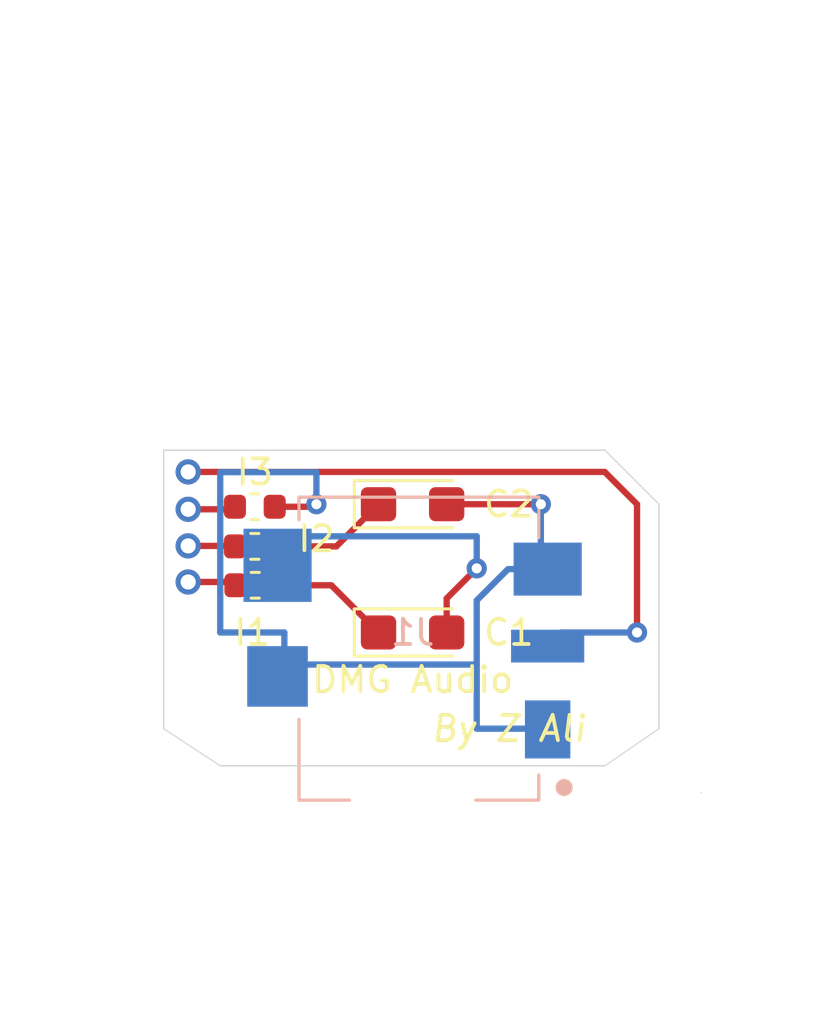
<source format=kicad_pcb>
(kicad_pcb (version 20171130) (host pcbnew "(5.1.6)-1")

  (general
    (thickness 1.6)
    (drawings 10)
    (tracks 46)
    (zones 0)
    (modules 9)
    (nets 1)
  )

  (page A4)
  (layers
    (0 F.Cu signal)
    (31 B.Cu signal)
    (32 B.Adhes user)
    (33 F.Adhes user)
    (34 B.Paste user)
    (35 F.Paste user)
    (36 B.SilkS user)
    (37 F.SilkS user)
    (38 B.Mask user)
    (39 F.Mask user)
    (40 Dwgs.User user)
    (41 Cmts.User user)
    (42 Eco1.User user)
    (43 Eco2.User user)
    (44 Edge.Cuts user)
    (45 Margin user)
    (46 B.CrtYd user)
    (47 F.CrtYd user)
    (48 B.Fab user)
    (49 F.Fab user)
  )

  (setup
    (last_trace_width 0.25)
    (trace_clearance 0.2)
    (zone_clearance 0.508)
    (zone_45_only no)
    (trace_min 0.2)
    (via_size 0.8)
    (via_drill 0.4)
    (via_min_size 0.4)
    (via_min_drill 0.3)
    (uvia_size 0.3)
    (uvia_drill 0.1)
    (uvias_allowed no)
    (uvia_min_size 0.2)
    (uvia_min_drill 0.1)
    (edge_width 0.05)
    (segment_width 0.2)
    (pcb_text_width 0.3)
    (pcb_text_size 1.5 1.5)
    (mod_edge_width 0.12)
    (mod_text_size 1 1)
    (mod_text_width 0.15)
    (pad_size 2.4 2.4)
    (pad_drill 0)
    (pad_to_mask_clearance 0.05)
    (aux_axis_origin 0 0)
    (grid_origin 104.14 52.07)
    (visible_elements 7FFFFFFF)
    (pcbplotparams
      (layerselection 0x3fff3_ffffffff)
      (usegerberextensions false)
      (usegerberattributes true)
      (usegerberadvancedattributes true)
      (creategerberjobfile true)
      (excludeedgelayer true)
      (linewidth 0.100000)
      (plotframeref false)
      (viasonmask false)
      (mode 1)
      (useauxorigin false)
      (hpglpennumber 1)
      (hpglpenspeed 20)
      (hpglpendiameter 15.000000)
      (psnegative false)
      (psa4output false)
      (plotreference true)
      (plotvalue true)
      (plotinvisibletext false)
      (padsonsilk false)
      (subtractmaskfromsilk false)
      (outputformat 1)
      (mirror false)
      (drillshape 0)
      (scaleselection 1)
      (outputdirectory "gerber_DMG_Audio/"))
  )

  (net 0 "")

  (net_class Default "This is the default net class."
    (clearance 0.2)
    (trace_width 0.25)
    (via_dia 0.8)
    (via_drill 0.4)
    (uvia_dia 0.3)
    (uvia_drill 0.1)
  )

  (module SJ1-3515-SMT:CUI_SJ1-3515-SMT (layer B.Cu) (tedit 5F887555) (tstamp 5F88CECB)
    (at 118.11 60.56 90)
    (fp_text reference J1 (at 2.14 0) (layer B.SilkS)
      (effects (font (size 1.00022 1.00022) (thickness 0.15)) (justify mirror))
    )
    (fp_text value CUI_SJ1-3515-SMT (at 5.66222 -8.63841 270) (layer B.Fab)
      (effects (font (size 1.000394 1.000394) (thickness 0.015)) (justify mirror))
    )
    (fp_circle (center -4 6) (end -3.83 6) (layer B.SilkS) (width 0.34))
    (fp_line (start 7.75 -6.95) (end 7.75 6.95) (layer B.CrtYd) (width 0.05))
    (fp_line (start -4.75 -6.95) (end 7.75 -6.95) (layer B.CrtYd) (width 0.05))
    (fp_line (start -4.75 -2.75) (end -4.75 -6.95) (layer B.CrtYd) (width 0.05))
    (fp_line (start -7.75 -2.75) (end -4.75 -2.75) (layer B.CrtYd) (width 0.05))
    (fp_line (start -7.75 2.75) (end -7.75 -2.75) (layer B.CrtYd) (width 0.05))
    (fp_line (start -4.75 2.75) (end -7.75 2.75) (layer B.CrtYd) (width 0.05))
    (fp_line (start -4.75 6.95) (end -4.75 2.75) (layer B.CrtYd) (width 0.05))
    (fp_line (start 7.75 6.95) (end -4.75 6.95) (layer B.CrtYd) (width 0.05))
    (fp_line (start 7.5 -4.5) (end 6.6 -4.5) (layer B.SilkS) (width 0.127))
    (fp_line (start 7.5 5) (end 7.5 -4.5) (layer B.SilkS) (width 0.127))
    (fp_line (start 5.9 5) (end 7.5 5) (layer B.SilkS) (width 0.127))
    (fp_line (start -4.5 -4.5) (end -4.5 -2.5) (layer B.SilkS) (width 0.127))
    (fp_line (start -1.3 -4.5) (end -4.5 -4.5) (layer B.SilkS) (width 0.127))
    (fp_line (start -4.5 5) (end -4.5 2.5) (layer B.SilkS) (width 0.127))
    (fp_line (start -3.5 5) (end -4.5 5) (layer B.SilkS) (width 0.127))
    (fp_line (start -4.5 5) (end -4.5 2.5) (layer B.Fab) (width 0.127))
    (fp_line (start 7.5 5) (end -4.5 5) (layer B.Fab) (width 0.127))
    (fp_line (start 7.5 -4.5) (end 7.5 5) (layer B.Fab) (width 0.127))
    (fp_line (start -4.5 -4.5) (end 7.5 -4.5) (layer B.Fab) (width 0.127))
    (fp_line (start -4.5 -2.5) (end -4.5 -4.5) (layer B.Fab) (width 0.127))
    (fp_line (start -7.5 -2.5) (end -4.5 -2.5) (layer B.Fab) (width 0.127))
    (fp_line (start -7.5 2.5) (end -7.5 -2.5) (layer B.Fab) (width 0.127))
    (fp_line (start -4.5 2.5) (end -7.5 2.5) (layer B.Fab) (width 0.127))
    (pad 11 smd rect (at 1.6 5.35 90) (size 1.3 2.9) (layers B.Cu B.Paste B.Mask))
    (pad 3 smd rect (at 4.65 5.35 90) (size 2.1 2.7) (layers B.Cu B.Paste B.Mask))
    (pad 10 smd rect (at 0.4 -5.35 90) (size 2.4 2.4) (layers B.Cu B.Paste B.Mask))
    (pad 2 smd rect (at 4.8 -5.35 90) (size 2.9 2.7) (layers B.Cu B.Paste B.Mask))
    (pad 1 smd rect (at -1.7 5.35 90) (size 2.3 1.8) (layers B.Cu B.Paste B.Mask))
    (pad None np_thru_hole circle (at 4.5 0 90) (size 1.6 1.6) (drill 1.6) (layers *.Cu *.Mask))
    (pad None np_thru_hole circle (at -1.5 0 90) (size 1.6 1.6) (drill 1.6) (layers *.Cu *.Mask))
  )

  (module Connector_Wire:SolderWire-0.1sqmm_1x04_P3.6mm_D0.4mm_OD1mm (layer F.Cu) (tedit 5F7DEA8C) (tstamp 5F64E5D8)
    (at 111.76 48.26 270)
    (descr "Soldered wire connection, for 4 times 0.1 mm² wires, basic insulation, conductor diameter 0.4mm, outer diameter 1mm, size source Multi-Contact FLEXI-E 0.1 (https://ec.staubli.com/AcroFiles/Catalogues/TM_Cab-Main-11014119_(en)_hi.pdf), bend radius 3 times outer diameter, generated with kicad-footprint-generator")
    (tags "connector wire 0.1sqmm")
    (attr virtual)
    (fp_text reference P1 (at 0 -2 270) (layer F.SilkS) hide
      (effects (font (size 1 1) (thickness 0.15)))
    )
    (fp_text value SolderWire-0.1sqmm_1x04_P3.6mm_D0.4mm_OD1mm (at 5.4 6.35 270) (layer F.Fab)
      (effects (font (size 1 1) (thickness 0.15)))
    )
    (fp_circle (center 3.8 2.54) (end 4.3 2.54) (layer F.Fab) (width 0.1))
    (fp_circle (center 5.28 2.54) (end 5.78 2.54) (layer F.Fab) (width 0.1))
    (fp_circle (center 6.73 2.54) (end 7.23 2.54) (layer F.Fab) (width 0.1))
    (fp_circle (center 8.16 2.54) (end 8.66 2.54) (layer F.Fab) (width 0.1))
    (pad 4 thru_hole circle (at 8.16 2.54 270) (size 1 1) (drill 0.6) (layers *.Cu *.Mask))
    (pad 3 thru_hole circle (at 6.73 2.54 270) (size 1 1) (drill 0.6) (layers *.Cu *.Mask))
    (pad 2 thru_hole circle (at 5.28 2.54 270) (size 1 1) (drill 0.6) (layers *.Cu *.Mask))
    (pad 1 thru_hole circle (at 3.8 2.54 270) (size 1 1) (drill 0.6) (layers *.Cu *.Mask))
    (model ${KISYS3DMOD}/Connector_Wire.3dshapes/SolderWire-0.1sqmm_1x04_P3.6mm_D0.4mm_OD1mm.wrl
      (at (xyz 0 0 0))
      (scale (xyz 1 1 1))
      (rotate (xyz 0 0 0))
    )
  )

  (module Capacitor_Tantalum_SMD:CP_EIA-3216-10_Kemet-I (layer F.Cu) (tedit 5B301BBE) (tstamp 5F6503BA)
    (at 118.11 53.34)
    (descr "Tantalum Capacitor SMD Kemet-I (3216-10 Metric), IPC_7351 nominal, (Body size from: http://www.kemet.com/Lists/ProductCatalog/Attachments/253/KEM_TC101_STD.pdf), generated with kicad-footprint-generator")
    (tags "capacitor tantalum")
    (attr smd)
    (fp_text reference C2 (at 3.81 0) (layer F.SilkS)
      (effects (font (size 1 1) (thickness 0.15)))
    )
    (fp_text value CP_EIA-3216-10_Kemet-I (at 0 1.75) (layer F.Fab)
      (effects (font (size 1 1) (thickness 0.15)))
    )
    (fp_line (start 1.6 -0.8) (end -1.2 -0.8) (layer F.Fab) (width 0.1))
    (fp_line (start -1.2 -0.8) (end -1.6 -0.4) (layer F.Fab) (width 0.1))
    (fp_line (start -1.6 -0.4) (end -1.6 0.8) (layer F.Fab) (width 0.1))
    (fp_line (start -1.6 0.8) (end 1.6 0.8) (layer F.Fab) (width 0.1))
    (fp_line (start 1.6 0.8) (end 1.6 -0.8) (layer F.Fab) (width 0.1))
    (fp_line (start 1.6 -0.935) (end -2.31 -0.935) (layer F.SilkS) (width 0.12))
    (fp_line (start -2.31 -0.935) (end -2.31 0.935) (layer F.SilkS) (width 0.12))
    (fp_line (start -2.31 0.935) (end 1.6 0.935) (layer F.SilkS) (width 0.12))
    (fp_line (start -2.3 1.05) (end -2.3 -1.05) (layer F.CrtYd) (width 0.05))
    (fp_line (start -2.3 -1.05) (end 2.3 -1.05) (layer F.CrtYd) (width 0.05))
    (fp_line (start 2.3 -1.05) (end 2.3 1.05) (layer F.CrtYd) (width 0.05))
    (fp_line (start 2.3 1.05) (end -2.3 1.05) (layer F.CrtYd) (width 0.05))
    (fp_text user %R (at 0 0) (layer F.Fab)
      (effects (font (size 0.8 0.8) (thickness 0.12)))
    )
    (pad 1 smd roundrect (at -1.35 0) (size 1.4 1.35) (layers F.Cu F.Paste F.Mask) (roundrect_rratio 0.185185))
    (pad 2 smd roundrect (at 1.35 0) (size 1.4 1.35) (layers F.Cu F.Paste F.Mask) (roundrect_rratio 0.185185))
    (model ${KISYS3DMOD}/Capacitor_Tantalum_SMD.3dshapes/CP_EIA-3216-10_Kemet-I.wrl
      (at (xyz 0 0 0))
      (scale (xyz 1 1 1))
      (rotate (xyz 0 0 0))
    )
  )

  (module Capacitor_Tantalum_SMD:CP_EIA-3216-10_Kemet-I (layer F.Cu) (tedit 5B301BBE) (tstamp 5F650236)
    (at 118.11 58.42)
    (descr "Tantalum Capacitor SMD Kemet-I (3216-10 Metric), IPC_7351 nominal, (Body size from: http://www.kemet.com/Lists/ProductCatalog/Attachments/253/KEM_TC101_STD.pdf), generated with kicad-footprint-generator")
    (tags "capacitor tantalum")
    (attr smd)
    (fp_text reference C1 (at 3.81 0) (layer F.SilkS)
      (effects (font (size 1 1) (thickness 0.15)))
    )
    (fp_text value CP_EIA-3216-10_Kemet-I (at 0 1.75) (layer F.Fab)
      (effects (font (size 1 1) (thickness 0.15)))
    )
    (fp_line (start 1.6 -0.8) (end -1.2 -0.8) (layer F.Fab) (width 0.1))
    (fp_line (start -1.2 -0.8) (end -1.6 -0.4) (layer F.Fab) (width 0.1))
    (fp_line (start -1.6 -0.4) (end -1.6 0.8) (layer F.Fab) (width 0.1))
    (fp_line (start -1.6 0.8) (end 1.6 0.8) (layer F.Fab) (width 0.1))
    (fp_line (start 1.6 0.8) (end 1.6 -0.8) (layer F.Fab) (width 0.1))
    (fp_line (start 1.6 -0.935) (end -2.31 -0.935) (layer F.SilkS) (width 0.12))
    (fp_line (start -2.31 -0.935) (end -2.31 0.935) (layer F.SilkS) (width 0.12))
    (fp_line (start -2.31 0.935) (end 1.6 0.935) (layer F.SilkS) (width 0.12))
    (fp_line (start -2.3 1.05) (end -2.3 -1.05) (layer F.CrtYd) (width 0.05))
    (fp_line (start -2.3 -1.05) (end 2.3 -1.05) (layer F.CrtYd) (width 0.05))
    (fp_line (start 2.3 -1.05) (end 2.3 1.05) (layer F.CrtYd) (width 0.05))
    (fp_line (start 2.3 1.05) (end -2.3 1.05) (layer F.CrtYd) (width 0.05))
    (fp_text user %R (at 0 0) (layer F.Fab)
      (effects (font (size 0.8 0.8) (thickness 0.12)))
    )
    (pad 2 smd roundrect (at 1.35 0) (size 1.4 1.35) (layers F.Cu F.Paste F.Mask) (roundrect_rratio 0.185185))
    (pad 1 smd roundrect (at -1.35 0) (size 1.4 1.35) (layers F.Cu F.Paste F.Mask) (roundrect_rratio 0.185185))
    (model ${KISYS3DMOD}/Capacitor_Tantalum_SMD.3dshapes/CP_EIA-3216-10_Kemet-I.wrl
      (at (xyz 0 0 0))
      (scale (xyz 1 1 1))
      (rotate (xyz 0 0 0))
    )
  )

  (module MountingHole:MountingHole_2.5mm (layer F.Cu) (tedit 56D1B4CB) (tstamp 5F650AA0)
    (at 126 60.96)
    (descr "Mounting Hole 2.5mm, no annular")
    (tags "mounting hole 2.5mm no annular")
    (attr virtual)
    (fp_text reference M2 (at 2.54 2.54) (layer F.SilkS) hide
      (effects (font (size 1 1) (thickness 0.15)))
    )
    (fp_text value MountingHole_2.5mm (at 0 3.5) (layer F.Fab)
      (effects (font (size 1 1) (thickness 0.15)))
    )
    (fp_circle (center 0 0) (end 2.5 0) (layer Cmts.User) (width 0.15))
    (fp_circle (center 0 0) (end 2.75 0) (layer F.CrtYd) (width 0.05))
    (fp_text user %R (at 0.3 0) (layer F.Fab)
      (effects (font (size 1 1) (thickness 0.15)))
    )
    (pad 1 np_thru_hole circle (at 0 0) (size 2.5 2.5) (drill 2.5) (layers *.Cu *.Mask))
  )

  (module MountingHole:MountingHole_2.5mm (layer F.Cu) (tedit 56D1B4CB) (tstamp 5F650A7C)
    (at 109.82 60.97)
    (descr "Mounting Hole 2.5mm, no annular")
    (tags "mounting hole 2.5mm no annular")
    (attr virtual)
    (fp_text reference M1 (at -2.54 2.54) (layer F.SilkS) hide
      (effects (font (size 1 1) (thickness 0.15)))
    )
    (fp_text value MountingHole_2.5mm (at 0 3.5) (layer F.Fab)
      (effects (font (size 1 1) (thickness 0.15)))
    )
    (fp_circle (center 0 0) (end 2.5 0) (layer Cmts.User) (width 0.15))
    (fp_circle (center 0 0) (end 2.75 0) (layer F.CrtYd) (width 0.05))
    (fp_text user %R (at 0.3 0) (layer F.Fab)
      (effects (font (size 1 1) (thickness 0.15)))
    )
    (pad 1 np_thru_hole circle (at 0 0) (size 2.5 2.5) (drill 2.5) (layers *.Cu *.Mask))
  )

  (module Inductor_SMD:L_0603_1608Metric (layer F.Cu) (tedit 5B301BBE) (tstamp 5F64E89F)
    (at 111.86 55.01)
    (descr "Inductor SMD 0603 (1608 Metric), square (rectangular) end terminal, IPC_7351 nominal, (Body size source: http://www.tortai-tech.com/upload/download/2011102023233369053.pdf), generated with kicad-footprint-generator")
    (tags inductor)
    (attr smd)
    (fp_text reference I3 (at 0 -2.94 180) (layer F.SilkS)
      (effects (font (size 1 1) (thickness 0.15)))
    )
    (fp_text value L_0603_1608Metric (at 0 1.43 180) (layer F.Fab)
      (effects (font (size 1 1) (thickness 0.15)))
    )
    (fp_line (start 1.48 0.73) (end -1.48 0.73) (layer F.CrtYd) (width 0.05))
    (fp_line (start 1.48 -0.73) (end 1.48 0.73) (layer F.CrtYd) (width 0.05))
    (fp_line (start -1.48 -0.73) (end 1.48 -0.73) (layer F.CrtYd) (width 0.05))
    (fp_line (start -1.48 0.73) (end -1.48 -0.73) (layer F.CrtYd) (width 0.05))
    (fp_line (start -0.162779 0.51) (end 0.162779 0.51) (layer F.SilkS) (width 0.12))
    (fp_line (start -0.162779 -0.51) (end 0.162779 -0.51) (layer F.SilkS) (width 0.12))
    (fp_line (start 0.8 0.4) (end -0.8 0.4) (layer F.Fab) (width 0.1))
    (fp_line (start 0.8 -0.4) (end 0.8 0.4) (layer F.Fab) (width 0.1))
    (fp_line (start -0.8 -0.4) (end 0.8 -0.4) (layer F.Fab) (width 0.1))
    (fp_line (start -0.8 0.4) (end -0.8 -0.4) (layer F.Fab) (width 0.1))
    (fp_text user %R (at 0 0 180) (layer F.Fab)
      (effects (font (size 0.4 0.4) (thickness 0.06)))
    )
    (pad 1 smd roundrect (at -0.7875 0) (size 0.875 0.95) (layers F.Cu F.Paste F.Mask) (roundrect_rratio 0.25))
    (pad 2 smd roundrect (at 0.7875 0) (size 0.875 0.95) (layers F.Cu F.Paste F.Mask) (roundrect_rratio 0.25))
    (model ${KISYS3DMOD}/Inductor_SMD.3dshapes/L_0603_1608Metric.wrl
      (at (xyz 0 0 0))
      (scale (xyz 1 1 1))
      (rotate (xyz 0 0 0))
    )
  )

  (module Inductor_SMD:L_0603_1608Metric (layer F.Cu) (tedit 5B301BBE) (tstamp 5F648A4B)
    (at 111.86 53.44)
    (descr "Inductor SMD 0603 (1608 Metric), square (rectangular) end terminal, IPC_7351 nominal, (Body size source: http://www.tortai-tech.com/upload/download/2011102023233369053.pdf), generated with kicad-footprint-generator")
    (tags inductor)
    (attr smd)
    (fp_text reference I2 (at 2.44 1.27) (layer F.SilkS)
      (effects (font (size 1 1) (thickness 0.15)))
    )
    (fp_text value L_0603_1608Metric (at 0 1.43) (layer F.Fab)
      (effects (font (size 1 1) (thickness 0.15)))
    )
    (fp_line (start -0.8 0.4) (end -0.8 -0.4) (layer F.Fab) (width 0.1))
    (fp_line (start -0.8 -0.4) (end 0.8 -0.4) (layer F.Fab) (width 0.1))
    (fp_line (start 0.8 -0.4) (end 0.8 0.4) (layer F.Fab) (width 0.1))
    (fp_line (start 0.8 0.4) (end -0.8 0.4) (layer F.Fab) (width 0.1))
    (fp_line (start -0.162779 -0.51) (end 0.162779 -0.51) (layer F.SilkS) (width 0.12))
    (fp_line (start -0.162779 0.51) (end 0.162779 0.51) (layer F.SilkS) (width 0.12))
    (fp_line (start -1.48 0.73) (end -1.48 -0.73) (layer F.CrtYd) (width 0.05))
    (fp_line (start -1.48 -0.73) (end 1.48 -0.73) (layer F.CrtYd) (width 0.05))
    (fp_line (start 1.48 -0.73) (end 1.48 0.73) (layer F.CrtYd) (width 0.05))
    (fp_line (start 1.48 0.73) (end -1.48 0.73) (layer F.CrtYd) (width 0.05))
    (fp_text user %R (at 0 0) (layer F.Fab)
      (effects (font (size 0.4 0.4) (thickness 0.06)))
    )
    (pad 1 smd roundrect (at -0.7875 0) (size 0.875 0.95) (layers F.Cu F.Paste F.Mask) (roundrect_rratio 0.25))
    (pad 2 smd roundrect (at 0.7875 0) (size 0.875 0.95) (layers F.Cu F.Paste F.Mask) (roundrect_rratio 0.25))
    (model ${KISYS3DMOD}/Inductor_SMD.3dshapes/L_0603_1608Metric.wrl
      (at (xyz 0 0 0))
      (scale (xyz 1 1 1))
      (rotate (xyz 0 0 0))
    )
  )

  (module Inductor_SMD:L_0603_1608Metric (layer F.Cu) (tedit 5B301BBE) (tstamp 5F6489FA)
    (at 111.8775 56.55 180)
    (descr "Inductor SMD 0603 (1608 Metric), square (rectangular) end terminal, IPC_7351 nominal, (Body size source: http://www.tortai-tech.com/upload/download/2011102023233369053.pdf), generated with kicad-footprint-generator")
    (tags inductor)
    (attr smd)
    (fp_text reference I1 (at 0.1175 -1.87) (layer F.SilkS)
      (effects (font (size 1 1) (thickness 0.15)))
    )
    (fp_text value L_0603_1608Metric (at 0 1.43) (layer F.Fab)
      (effects (font (size 1 1) (thickness 0.15)))
    )
    (fp_line (start 1.48 0.73) (end -1.48 0.73) (layer F.CrtYd) (width 0.05))
    (fp_line (start 1.48 -0.73) (end 1.48 0.73) (layer F.CrtYd) (width 0.05))
    (fp_line (start -1.48 -0.73) (end 1.48 -0.73) (layer F.CrtYd) (width 0.05))
    (fp_line (start -1.48 0.73) (end -1.48 -0.73) (layer F.CrtYd) (width 0.05))
    (fp_line (start -0.162779 0.51) (end 0.162779 0.51) (layer F.SilkS) (width 0.12))
    (fp_line (start -0.162779 -0.51) (end 0.162779 -0.51) (layer F.SilkS) (width 0.12))
    (fp_line (start 0.8 0.4) (end -0.8 0.4) (layer F.Fab) (width 0.1))
    (fp_line (start 0.8 -0.4) (end 0.8 0.4) (layer F.Fab) (width 0.1))
    (fp_line (start -0.8 -0.4) (end 0.8 -0.4) (layer F.Fab) (width 0.1))
    (fp_line (start -0.8 0.4) (end -0.8 -0.4) (layer F.Fab) (width 0.1))
    (fp_text user %R (at 0 0) (layer F.Fab)
      (effects (font (size 0.4 0.4) (thickness 0.06)))
    )
    (pad 2 smd roundrect (at 0.7875 0 180) (size 0.875 0.95) (layers F.Cu F.Paste F.Mask) (roundrect_rratio 0.25))
    (pad 1 smd roundrect (at -0.7875 0 180) (size 0.875 0.95) (layers F.Cu F.Paste F.Mask) (roundrect_rratio 0.25))
    (model ${KISYS3DMOD}/Inductor_SMD.3dshapes/L_0603_1608Metric.wrl
      (at (xyz 0 0 0))
      (scale (xyz 1 1 1))
      (rotate (xyz 0 0 0))
    )
  )

  (gr_text "By Z Ali" (at 121.92 62.23) (layer F.SilkS)
    (effects (font (size 1 1) (thickness 0.15) italic))
  )
  (gr_text "DMG Audio" (at 118.11 60.29) (layer F.SilkS)
    (effects (font (size 1 1) (thickness 0.15)))
  )
  (gr_line (start 108.25 62.23) (end 110.49 63.7) (layer Edge.Cuts) (width 0.05) (tstamp 5F887CF8))
  (gr_line (start 127.87 62.23) (end 125.73 63.7) (layer Edge.Cuts) (width 0.05) (tstamp 5F887CEF))
  (gr_line (start 125.73 51.2) (end 127.87 53.34) (layer Edge.Cuts) (width 0.05) (tstamp 5F887CA9))
  (gr_line (start 108.25 62.23) (end 108.25 51.2) (layer Edge.Cuts) (width 0.05) (tstamp 5F7508E0))
  (gr_line (start 125.73 63.7) (end 110.49 63.7) (layer Edge.Cuts) (width 0.05))
  (gr_line (start 127.87 53.34) (end 127.87 62.23) (layer Edge.Cuts) (width 0.05))
  (gr_line (start 108.25 51.2) (end 125.73 51.2) (layer Edge.Cuts) (width 0.05))
  (gr_line (start 129.54 64.77) (end 129.54 64.77) (layer Edge.Cuts) (width 0.05))

  (segment (start 109.22 53.34) (end 109.22 53.54) (width 0.25) (layer B.Cu) (net 0))
  (segment (start 114.89 56.55) (end 116.76 58.42) (width 0.25) (layer F.Cu) (net 0))
  (segment (start 112.665 56.55) (end 114.89 56.55) (width 0.25) (layer F.Cu) (net 0))
  (segment (start 115.09 55.01) (end 116.76 53.34) (width 0.25) (layer F.Cu) (net 0))
  (segment (start 112.6475 55.01) (end 115.09 55.01) (width 0.25) (layer F.Cu) (net 0))
  (segment (start 110.9725 53.54) (end 111.0725 53.44) (width 0.25) (layer F.Cu) (net 0))
  (segment (start 109.22 53.54) (end 110.9725 53.54) (width 0.25) (layer F.Cu) (net 0))
  (segment (start 111.0525 54.99) (end 111.0725 55.01) (width 0.25) (layer F.Cu) (net 0))
  (segment (start 109.22 54.99) (end 111.0525 54.99) (width 0.25) (layer F.Cu) (net 0))
  (segment (start 110.96 56.42) (end 111.09 56.55) (width 0.25) (layer F.Cu) (net 0))
  (segment (start 109.22 56.42) (end 110.96 56.42) (width 0.25) (layer F.Cu) (net 0))
  (via (at 123.19 53.34) (size 0.8) (drill 0.4) (layers F.Cu B.Cu) (net 0))
  (segment (start 119.46 53.34) (end 123.19 53.34) (width 0.25) (layer F.Cu) (net 0))
  (segment (start 123.19 55.64) (end 123.46 55.91) (width 0.25) (layer B.Cu) (net 0))
  (segment (start 123.19 53.34) (end 123.19 55.64) (width 0.25) (layer B.Cu) (net 0))
  (via (at 120.65 55.88) (size 0.8) (drill 0.4) (layers F.Cu B.Cu) (net 0))
  (segment (start 119.46 58.42) (end 119.46 57.07) (width 0.25) (layer F.Cu) (net 0))
  (segment (start 119.46 57.07) (end 120.65 55.88) (width 0.25) (layer F.Cu) (net 0))
  (segment (start 120.65 55.88) (end 120.65 54.61) (width 0.25) (layer B.Cu) (net 0))
  (segment (start 113.91 54.61) (end 112.76 55.76) (width 0.25) (layer B.Cu) (net 0))
  (segment (start 120.65 54.61) (end 113.91 54.61) (width 0.25) (layer B.Cu) (net 0))
  (segment (start 123.46 58.96) (end 123.92 58.96) (width 0.25) (layer B.Cu) (net 0))
  (segment (start 109.23 52.07) (end 109.22 52.06) (width 0.25) (layer B.Cu) (net 0))
  (segment (start 123.43 62.23) (end 123.46 62.26) (width 0.25) (layer B.Cu) (net 0))
  (segment (start 120.65 62.23) (end 123.43 62.23) (width 0.25) (layer B.Cu) (net 0))
  (segment (start 120.65 62.23) (end 120.65 59.69) (width 0.25) (layer B.Cu) (net 0))
  (segment (start 113.23 59.69) (end 112.76 60.16) (width 0.25) (layer B.Cu) (net 0))
  (segment (start 120.65 59.69) (end 113.23 59.69) (width 0.25) (layer B.Cu) (net 0))
  (segment (start 109.22 52.06) (end 125.72 52.06) (width 0.25) (layer F.Cu) (net 0))
  (via (at 127 58.42) (size 0.8) (drill 0.4) (layers F.Cu B.Cu) (net 0))
  (segment (start 125.72 52.06) (end 127 53.34) (width 0.25) (layer F.Cu) (net 0))
  (segment (start 127 53.34) (end 127 58.42) (width 0.25) (layer F.Cu) (net 0))
  (segment (start 124 58.42) (end 123.46 58.96) (width 0.25) (layer B.Cu) (net 0))
  (segment (start 127 58.42) (end 124 58.42) (width 0.25) (layer B.Cu) (net 0))
  (segment (start 112.6475 53.44) (end 114.2 53.44) (width 0.25) (layer F.Cu) (net 0))
  (via (at 114.3 53.34) (size 0.8) (drill 0.4) (layers F.Cu B.Cu) (net 0))
  (segment (start 114.2 53.44) (end 114.3 53.34) (width 0.25) (layer F.Cu) (net 0))
  (segment (start 114.3 53.34) (end 114.3 52.07) (width 0.25) (layer B.Cu) (net 0))
  (segment (start 114.3 52.07) (end 110.49 52.07) (width 0.25) (layer B.Cu) (net 0))
  (segment (start 110.49 52.07) (end 110.49 58.42) (width 0.25) (layer B.Cu) (net 0))
  (segment (start 110.49 58.42) (end 113.03 58.42) (width 0.25) (layer B.Cu) (net 0))
  (segment (start 113.03 59.89) (end 112.76 60.16) (width 0.25) (layer B.Cu) (net 0))
  (segment (start 113.03 58.42) (end 113.03 59.89) (width 0.25) (layer B.Cu) (net 0))
  (segment (start 123.46 55.91) (end 121.89 55.91) (width 0.25) (layer B.Cu) (net 0))
  (segment (start 120.65 57.15) (end 120.65 59.69) (width 0.25) (layer B.Cu) (net 0))
  (segment (start 121.89 55.91) (end 120.65 57.15) (width 0.25) (layer B.Cu) (net 0))

)

</source>
